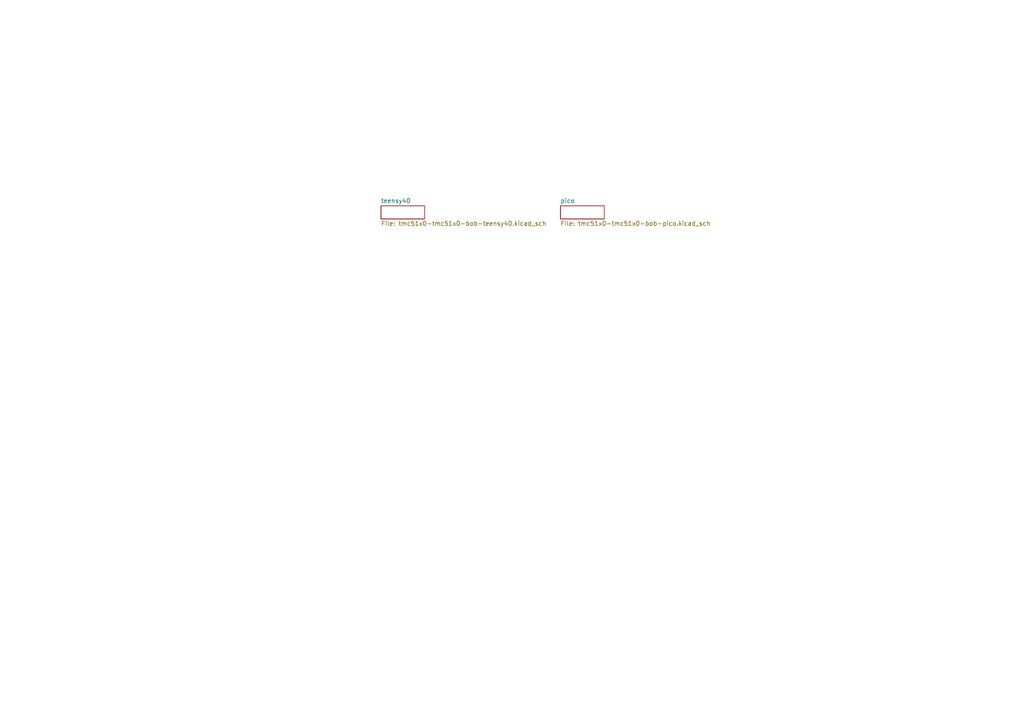
<source format=kicad_sch>
(kicad_sch (version 20230121) (generator eeschema)
  (paper "A4")
  (title_block (title "Trinamic Wiring") (date "2024-08-01") (rev "0.5") (company "Janelia Research Campus"))
  (lib_symbols)
  (sheet (at 110.49 59.69) (size 12.7 3.81) (stroke (width 0.1524))
    (property "Sheetname" "teensy40" (at 110.49 58.9784 0) (effects (justify left bottom)))
    (property "Sheetfile" "tmc51x0-tmc51x0-bob-teensy40.kicad_sch" (at 110.49 64.0846 0) (effects (justify left top)))
  )
  (sheet (at 162.56 59.69) (size 12.7 3.81) (stroke (width 0.1524))
    (property "Sheetname" "pico" (at 162.56 58.9784 0) (effects (justify left bottom)))
    (property "Sheetfile" "tmc51x0-tmc51x0-bob-pico.kicad_sch" (at 162.56 64.0846 0) (effects (justify left top)))
  )
)
</source>
